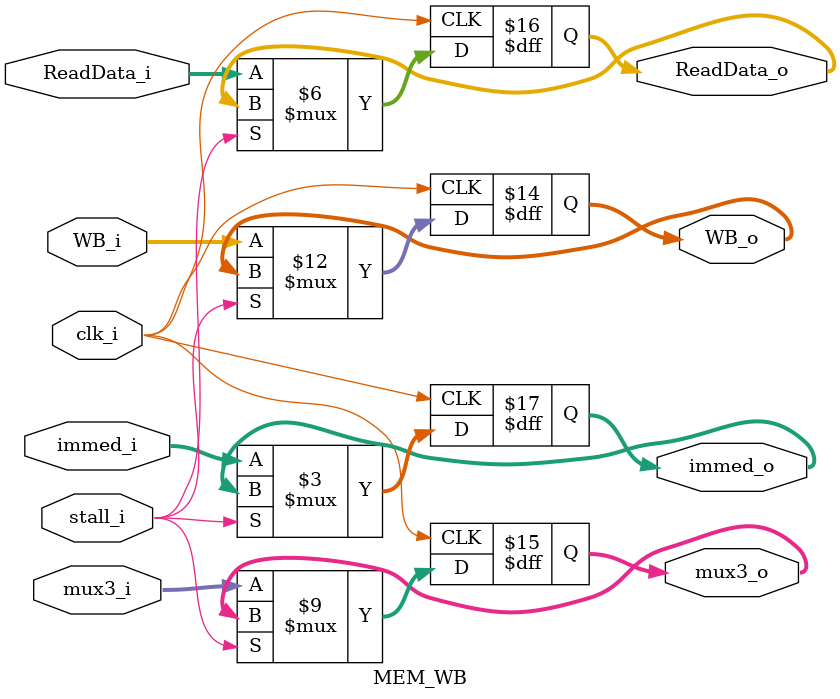
<source format=v>
module MEM_WB(
	stall_i,
	clk_i,
	WB_i,
	ReadData_i,
	mux3_i,
	immed_i,
	WB_o,
	ReadData_o,
	mux3_o,	// connect this to Forwarding Unit
	immed_o
);

input			clk_i, stall_i;
input	[1:0]	WB_i;
input	[4:0]	mux3_i;
input	[31:0]	ReadData_i, immed_i;

//output			MemToReg_o, RegWrite_o;
output reg	[1:0]	WB_o;
output reg	[4:0]	mux3_o;
output reg	[31:0]	ReadData_o, immed_o;

//assign			MemToReg_o = WB_i[0];
//assign			RegWrite_o = WB_i[1];


//assign			WB_o = WB_i;
//assign			ReadData_o = ReadData_i;
//assign 			immed_o = immed_i;
//assign			mux3_o = mux3_i;

always@(negedge clk_i)	begin
	if(stall_i)	begin
	end else begin
		WB_o <= WB_i;
		ReadData_o <= ReadData_i;
		immed_o <= immed_i;
		mux3_o <= mux3_i;
	end
end

endmodule

</source>
